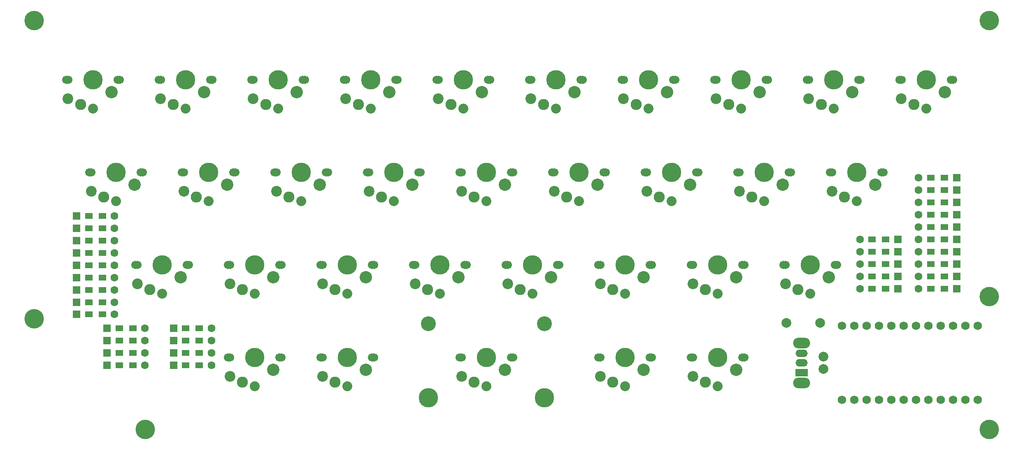
<source format=gbr>
G04 #@! TF.GenerationSoftware,KiCad,Pcbnew,(6.0.0-rc1-306-g01eebd0b9d)*
G04 #@! TF.CreationDate,2022-03-14T13:07:56+00:00*
G04 #@! TF.ProjectId,keyboard,6b657962-6f61-4726-942e-6b696361645f,rev?*
G04 #@! TF.SameCoordinates,Original*
G04 #@! TF.FileFunction,Soldermask,Bot*
G04 #@! TF.FilePolarity,Negative*
%FSLAX46Y46*%
G04 Gerber Fmt 4.6, Leading zero omitted, Abs format (unit mm)*
G04 Created by KiCad (PCBNEW (6.0.0-rc1-306-g01eebd0b9d)) date 2022-03-14 13:07:56*
%MOMM*%
%LPD*%
G01*
G04 APERTURE LIST*
%ADD10C,2.000000*%
%ADD11C,1.701800*%
%ADD12C,3.987800*%
%ADD13C,2.032000*%
%ADD14C,2.540000*%
%ADD15C,2.286000*%
%ADD16C,2.200000*%
%ADD17R,1.600000X1.200000*%
%ADD18R,1.600000X1.600000*%
%ADD19C,1.600000*%
%ADD20C,4.000000*%
%ADD21C,1.752600*%
%ADD22C,3.048000*%
%ADD23O,3.500000X2.200000*%
%ADD24R,2.500000X1.500000*%
%ADD25O,2.500000X1.500000*%
G04 APERTURE END LIST*
D10*
X194310000Y-107950000D03*
X194310000Y-110490000D03*
D11*
X81787500Y-70040000D03*
X91947500Y-70040000D03*
X92367500Y-70040000D03*
D12*
X86867500Y-70040000D03*
D11*
X81367500Y-70040000D03*
D13*
X86867500Y-75940000D03*
D14*
X90677500Y-72580000D03*
D15*
X84327500Y-75120000D03*
D16*
X81767500Y-73940000D03*
D17*
X207140000Y-91440000D03*
D18*
X209640000Y-91440000D03*
D17*
X204340000Y-91440000D03*
D19*
X201840000Y-91440000D03*
D11*
X62317500Y-70040000D03*
D12*
X67817500Y-70040000D03*
D11*
X62737500Y-70040000D03*
X73317500Y-70040000D03*
X72897500Y-70040000D03*
D14*
X71627500Y-72580000D03*
D13*
X67817500Y-75940000D03*
D16*
X62717500Y-73940000D03*
D15*
X65277500Y-75120000D03*
D11*
X68555000Y-50990000D03*
X57975000Y-50990000D03*
X57555000Y-50990000D03*
D12*
X63055000Y-50990000D03*
D11*
X68135000Y-50990000D03*
D14*
X66865000Y-53530000D03*
D13*
X63055000Y-56890000D03*
D15*
X60515000Y-56070000D03*
D16*
X57955000Y-54890000D03*
D11*
X72262500Y-108140000D03*
D12*
X77342500Y-108140000D03*
D11*
X82842500Y-108140000D03*
X71842500Y-108140000D03*
X82422500Y-108140000D03*
D14*
X81152500Y-110680000D03*
D13*
X77342500Y-114040000D03*
D16*
X72242500Y-112040000D03*
D15*
X74802500Y-113220000D03*
D18*
X221705000Y-76200000D03*
D17*
X219205000Y-76200000D03*
D19*
X213905000Y-76200000D03*
D17*
X216405000Y-76200000D03*
D20*
X228413132Y-122945067D03*
D11*
X191325000Y-50990000D03*
X201485000Y-50990000D03*
D12*
X196405000Y-50990000D03*
D11*
X190905000Y-50990000D03*
X201905000Y-50990000D03*
D14*
X200215000Y-53530000D03*
D13*
X196405000Y-56890000D03*
D16*
X191305000Y-54890000D03*
D15*
X193865000Y-56070000D03*
D20*
X228410000Y-95540000D03*
D12*
X172592500Y-89090000D03*
D11*
X178092500Y-89090000D03*
X167092500Y-89090000D03*
X177672500Y-89090000D03*
X167512500Y-89090000D03*
D14*
X176402500Y-91630000D03*
D13*
X172592500Y-94990000D03*
D15*
X170052500Y-94170000D03*
D16*
X167492500Y-92990000D03*
D11*
X178092500Y-108140000D03*
X167512500Y-108140000D03*
D12*
X172592500Y-108140000D03*
D11*
X167092500Y-108140000D03*
X177672500Y-108140000D03*
D14*
X176402500Y-110680000D03*
D13*
X172592500Y-114040000D03*
D15*
X170052500Y-113220000D03*
D16*
X167492500Y-112040000D03*
D17*
X43174000Y-91694000D03*
D18*
X40674000Y-91694000D03*
D19*
X48474000Y-91694000D03*
D17*
X45974000Y-91694000D03*
D12*
X134492500Y-89090000D03*
D11*
X128992500Y-89090000D03*
X139992500Y-89090000D03*
X139572500Y-89090000D03*
X129412500Y-89090000D03*
D13*
X134492500Y-94990000D03*
D14*
X138302500Y-91630000D03*
D15*
X131952500Y-94170000D03*
D16*
X129392500Y-92990000D03*
D11*
X43687500Y-70040000D03*
X43267500Y-70040000D03*
X53847500Y-70040000D03*
X54267500Y-70040000D03*
D12*
X48767500Y-70040000D03*
D13*
X48767500Y-75940000D03*
D14*
X52577500Y-72580000D03*
D16*
X43667500Y-73940000D03*
D15*
X46227500Y-75120000D03*
D11*
X148462500Y-89090000D03*
X148042500Y-89090000D03*
X158622500Y-89090000D03*
X159042500Y-89090000D03*
D12*
X153542500Y-89090000D03*
D13*
X153542500Y-94990000D03*
D14*
X157352500Y-91630000D03*
D16*
X148442500Y-92990000D03*
D15*
X151002500Y-94170000D03*
D12*
X215455000Y-50990000D03*
D11*
X220535000Y-50990000D03*
X220955000Y-50990000D03*
X210375000Y-50990000D03*
X209955000Y-50990000D03*
D13*
X215455000Y-56890000D03*
D14*
X219265000Y-53530000D03*
D15*
X212915000Y-56070000D03*
D16*
X210355000Y-54890000D03*
D11*
X172275000Y-50990000D03*
X182435000Y-50990000D03*
X182855000Y-50990000D03*
X171855000Y-50990000D03*
D12*
X177355000Y-50990000D03*
D14*
X181165000Y-53530000D03*
D13*
X177355000Y-56890000D03*
D15*
X174815000Y-56070000D03*
D16*
X172255000Y-54890000D03*
D17*
X43174000Y-94234000D03*
D18*
X40674000Y-94234000D03*
D17*
X45974000Y-94234000D03*
D19*
X48474000Y-94234000D03*
D11*
X130467500Y-70040000D03*
X119887500Y-70040000D03*
X130047500Y-70040000D03*
D12*
X124967500Y-70040000D03*
D11*
X119467500Y-70040000D03*
D14*
X128777500Y-72580000D03*
D13*
X124967500Y-75940000D03*
D15*
X122427500Y-75120000D03*
D16*
X119867500Y-73940000D03*
D11*
X71842500Y-89090000D03*
D12*
X77342500Y-89090000D03*
D11*
X82422500Y-89090000D03*
X82842500Y-89090000D03*
X72262500Y-89090000D03*
D13*
X77342500Y-94990000D03*
D14*
X81152500Y-91630000D03*
D15*
X74802500Y-94170000D03*
D16*
X72242500Y-92990000D03*
D18*
X60616000Y-107188000D03*
D17*
X63116000Y-107188000D03*
D19*
X68416000Y-107188000D03*
D17*
X65916000Y-107188000D03*
D11*
X125285000Y-50990000D03*
D12*
X120205000Y-50990000D03*
D11*
X125705000Y-50990000D03*
X115125000Y-50990000D03*
X114705000Y-50990000D03*
D13*
X120205000Y-56890000D03*
D14*
X124015000Y-53530000D03*
D15*
X117665000Y-56070000D03*
D16*
X115105000Y-54890000D03*
D20*
X31910000Y-100110000D03*
X54750000Y-122950000D03*
D18*
X40674000Y-78994000D03*
D17*
X43174000Y-78994000D03*
X45974000Y-78994000D03*
D19*
X48474000Y-78994000D03*
D17*
X219205000Y-73660000D03*
D18*
X221705000Y-73660000D03*
D17*
X216405000Y-73660000D03*
D19*
X213905000Y-73660000D03*
D17*
X43174000Y-96774000D03*
D18*
X40674000Y-96774000D03*
D19*
X48474000Y-96774000D03*
D17*
X45974000Y-96774000D03*
X49440000Y-107188000D03*
D18*
X46940000Y-107188000D03*
D17*
X52240000Y-107188000D03*
D19*
X54740000Y-107188000D03*
D18*
X221705000Y-86360000D03*
D17*
X219205000Y-86360000D03*
X216405000Y-86360000D03*
D19*
X213905000Y-86360000D03*
D21*
X226060000Y-101600000D03*
X223520000Y-101600000D03*
X220980000Y-101600000D03*
X218440000Y-101600000D03*
X215900000Y-101600000D03*
X213360000Y-101600000D03*
X210820000Y-101600000D03*
X208280000Y-101600000D03*
X205740000Y-101600000D03*
X203200000Y-101600000D03*
X200660000Y-101600000D03*
X198120000Y-101600000D03*
X198120000Y-116840000D03*
X200660000Y-116840000D03*
X203200000Y-116840000D03*
X205740000Y-116840000D03*
X208280000Y-116840000D03*
X210820000Y-116840000D03*
X213360000Y-116840000D03*
X215900000Y-116840000D03*
X218440000Y-116840000D03*
X220980000Y-116840000D03*
X223520000Y-116840000D03*
X226060000Y-116840000D03*
D11*
X168567500Y-70040000D03*
D12*
X163067500Y-70040000D03*
D11*
X168147500Y-70040000D03*
X157987500Y-70040000D03*
X157567500Y-70040000D03*
D14*
X166877500Y-72580000D03*
D13*
X163067500Y-75940000D03*
D15*
X160527500Y-75120000D03*
D16*
X157967500Y-73940000D03*
D17*
X207140000Y-88900000D03*
D18*
X209640000Y-88900000D03*
D19*
X201840000Y-88900000D03*
D17*
X204340000Y-88900000D03*
D18*
X46940000Y-102108000D03*
D17*
X49440000Y-102108000D03*
D19*
X54740000Y-102108000D03*
D17*
X52240000Y-102108000D03*
D11*
X53212500Y-89090000D03*
X52792500Y-89090000D03*
X63372500Y-89090000D03*
D12*
X58292500Y-89090000D03*
D11*
X63792500Y-89090000D03*
D14*
X62102500Y-91630000D03*
D13*
X58292500Y-94990000D03*
D15*
X55752500Y-94170000D03*
D16*
X53192500Y-92990000D03*
D17*
X49440000Y-109728000D03*
D18*
X46940000Y-109728000D03*
D17*
X52240000Y-109728000D03*
D19*
X54740000Y-109728000D03*
D12*
X144017500Y-70040000D03*
D11*
X149517500Y-70040000D03*
X138517500Y-70040000D03*
X149097500Y-70040000D03*
X138937500Y-70040000D03*
D13*
X144017500Y-75940000D03*
D14*
X147827500Y-72580000D03*
D15*
X141477500Y-75120000D03*
D16*
X138917500Y-73940000D03*
D12*
X124976300Y-108140000D03*
D11*
X130476300Y-108140000D03*
X130056300Y-108140000D03*
D12*
X136905500Y-116395000D03*
D22*
X113029500Y-101155000D03*
D12*
X113029500Y-116395000D03*
D11*
X119896300Y-108140000D03*
D22*
X136905500Y-101155000D03*
D11*
X119476300Y-108140000D03*
D13*
X124976300Y-114040000D03*
D14*
X128786300Y-110680000D03*
D15*
X122436300Y-113220000D03*
D16*
X119876300Y-112040000D03*
D11*
X91312500Y-89090000D03*
X101472500Y-89090000D03*
D12*
X96392500Y-89090000D03*
D11*
X101892500Y-89090000D03*
X90892500Y-89090000D03*
D14*
X100202500Y-91630000D03*
D13*
X96392500Y-94990000D03*
D16*
X91292500Y-92990000D03*
D15*
X93852500Y-94170000D03*
D18*
X221705000Y-81280000D03*
D17*
X219205000Y-81280000D03*
X216405000Y-81280000D03*
D19*
X213905000Y-81280000D03*
D18*
X221705000Y-71120000D03*
D17*
X219205000Y-71120000D03*
D19*
X213905000Y-71120000D03*
D17*
X216405000Y-71120000D03*
D11*
X120522500Y-89090000D03*
X120942500Y-89090000D03*
X110362500Y-89090000D03*
X109942500Y-89090000D03*
D12*
X115442500Y-89090000D03*
D14*
X119252500Y-91630000D03*
D13*
X115442500Y-94990000D03*
D15*
X112902500Y-94170000D03*
D16*
X110342500Y-92990000D03*
D20*
X228410000Y-38750000D03*
D11*
X49505000Y-50990000D03*
X38925000Y-50990000D03*
D12*
X44005000Y-50990000D03*
D11*
X38505000Y-50990000D03*
X49085000Y-50990000D03*
D13*
X44005000Y-56890000D03*
D14*
X47815000Y-53530000D03*
D15*
X41465000Y-56070000D03*
D16*
X38905000Y-54890000D03*
D10*
X186690000Y-100965000D03*
D11*
X177037500Y-70040000D03*
X176617500Y-70040000D03*
X187197500Y-70040000D03*
D12*
X182117500Y-70040000D03*
D11*
X187617500Y-70040000D03*
D13*
X182117500Y-75940000D03*
D14*
X185927500Y-72580000D03*
D15*
X179577500Y-75120000D03*
D16*
X177017500Y-73940000D03*
D18*
X40674000Y-86614000D03*
D17*
X43174000Y-86614000D03*
X45974000Y-86614000D03*
D19*
X48474000Y-86614000D03*
D18*
X60616000Y-104648000D03*
D17*
X63116000Y-104648000D03*
D19*
X68416000Y-104648000D03*
D17*
X65916000Y-104648000D03*
D23*
X189865000Y-105120000D03*
X189865000Y-113320000D03*
D24*
X189865000Y-111220000D03*
D25*
X189865000Y-109220000D03*
X189865000Y-107220000D03*
D18*
X40674000Y-81534000D03*
D17*
X43174000Y-81534000D03*
X45974000Y-81534000D03*
D19*
X48474000Y-81534000D03*
D17*
X219205000Y-88900000D03*
D18*
X221705000Y-88900000D03*
D19*
X213905000Y-88900000D03*
D17*
X216405000Y-88900000D03*
D11*
X144335000Y-50990000D03*
X144755000Y-50990000D03*
X134175000Y-50990000D03*
X133755000Y-50990000D03*
D12*
X139255000Y-50990000D03*
D14*
X143065000Y-53530000D03*
D13*
X139255000Y-56890000D03*
D16*
X134155000Y-54890000D03*
D15*
X136715000Y-56070000D03*
D17*
X207140000Y-83820000D03*
D18*
X209640000Y-83820000D03*
D19*
X201840000Y-83820000D03*
D17*
X204340000Y-83820000D03*
X43174000Y-84074000D03*
D18*
X40674000Y-84074000D03*
D17*
X45974000Y-84074000D03*
D19*
X48474000Y-84074000D03*
D11*
X196087500Y-70040000D03*
X206667500Y-70040000D03*
X195667500Y-70040000D03*
D12*
X201167500Y-70040000D03*
D11*
X206247500Y-70040000D03*
D14*
X204977500Y-72580000D03*
D13*
X201167500Y-75940000D03*
D16*
X196067500Y-73940000D03*
D15*
X198627500Y-75120000D03*
D10*
X193675000Y-100965000D03*
D18*
X60616000Y-102108000D03*
D17*
X63116000Y-102108000D03*
D19*
X68416000Y-102108000D03*
D17*
X65916000Y-102108000D03*
D18*
X221705000Y-93980000D03*
D17*
X219205000Y-93980000D03*
D19*
X213905000Y-93980000D03*
D17*
X216405000Y-93980000D03*
D11*
X110997500Y-70040000D03*
X100837500Y-70040000D03*
X100417500Y-70040000D03*
X111417500Y-70040000D03*
D12*
X105917500Y-70040000D03*
D13*
X105917500Y-75940000D03*
D14*
X109727500Y-72580000D03*
D15*
X103377500Y-75120000D03*
D16*
X100817500Y-73940000D03*
D11*
X153225000Y-50990000D03*
X163385000Y-50990000D03*
X152805000Y-50990000D03*
D12*
X158305000Y-50990000D03*
D11*
X163805000Y-50990000D03*
D14*
X162115000Y-53530000D03*
D13*
X158305000Y-56890000D03*
D15*
X155765000Y-56070000D03*
D16*
X153205000Y-54890000D03*
D11*
X186562500Y-89090000D03*
X197142500Y-89090000D03*
D12*
X191642500Y-89090000D03*
D11*
X196722500Y-89090000D03*
X186142500Y-89090000D03*
D14*
X195452500Y-91630000D03*
D13*
X191642500Y-94990000D03*
D15*
X189102500Y-94170000D03*
D16*
X186542500Y-92990000D03*
D20*
X31920000Y-38750000D03*
D18*
X40674000Y-89154000D03*
D17*
X43174000Y-89154000D03*
X45974000Y-89154000D03*
D19*
X48474000Y-89154000D03*
D17*
X207140000Y-86360000D03*
D18*
X209640000Y-86360000D03*
D17*
X204340000Y-86360000D03*
D19*
X201840000Y-86360000D03*
D17*
X219205000Y-78740000D03*
D18*
X221705000Y-78740000D03*
D17*
X216405000Y-78740000D03*
D19*
X213905000Y-78740000D03*
D18*
X46940000Y-104648000D03*
D17*
X49440000Y-104648000D03*
D19*
X54740000Y-104648000D03*
D17*
X52240000Y-104648000D03*
D11*
X90892500Y-108140000D03*
D12*
X96392500Y-108140000D03*
D11*
X101892500Y-108140000D03*
X101472500Y-108140000D03*
X91312500Y-108140000D03*
D14*
X100202500Y-110680000D03*
D13*
X96392500Y-114040000D03*
D15*
X93852500Y-113220000D03*
D16*
X91292500Y-112040000D03*
D18*
X209640000Y-93980000D03*
D17*
X207140000Y-93980000D03*
X204340000Y-93980000D03*
D19*
X201840000Y-93980000D03*
D11*
X148462500Y-108140000D03*
X159042500Y-108140000D03*
X148042500Y-108140000D03*
X158622500Y-108140000D03*
D12*
X153542500Y-108140000D03*
D13*
X153542500Y-114040000D03*
D14*
X157352500Y-110680000D03*
D15*
X151002500Y-113220000D03*
D16*
X148442500Y-112040000D03*
D17*
X63116000Y-109728000D03*
D18*
X60616000Y-109728000D03*
D17*
X65916000Y-109728000D03*
D19*
X68416000Y-109728000D03*
D11*
X95655000Y-50990000D03*
D12*
X101155000Y-50990000D03*
D11*
X96075000Y-50990000D03*
X106655000Y-50990000D03*
X106235000Y-50990000D03*
D14*
X104965000Y-53530000D03*
D13*
X101155000Y-56890000D03*
D15*
X98615000Y-56070000D03*
D16*
X96055000Y-54890000D03*
D18*
X40674749Y-99234346D03*
D17*
X43174749Y-99234346D03*
D19*
X48474749Y-99234346D03*
D17*
X45974749Y-99234346D03*
D11*
X76605000Y-50990000D03*
D12*
X82105000Y-50990000D03*
D11*
X87185000Y-50990000D03*
X87605000Y-50990000D03*
X77025000Y-50990000D03*
D14*
X85915000Y-53530000D03*
D13*
X82105000Y-56890000D03*
D16*
X77005000Y-54890000D03*
D15*
X79565000Y-56070000D03*
D18*
X221705000Y-83820000D03*
D17*
X219205000Y-83820000D03*
X216405000Y-83820000D03*
D19*
X213905000Y-83820000D03*
D18*
X221705000Y-91440000D03*
D17*
X219205000Y-91440000D03*
X216405000Y-91440000D03*
D19*
X213905000Y-91440000D03*
M02*

</source>
